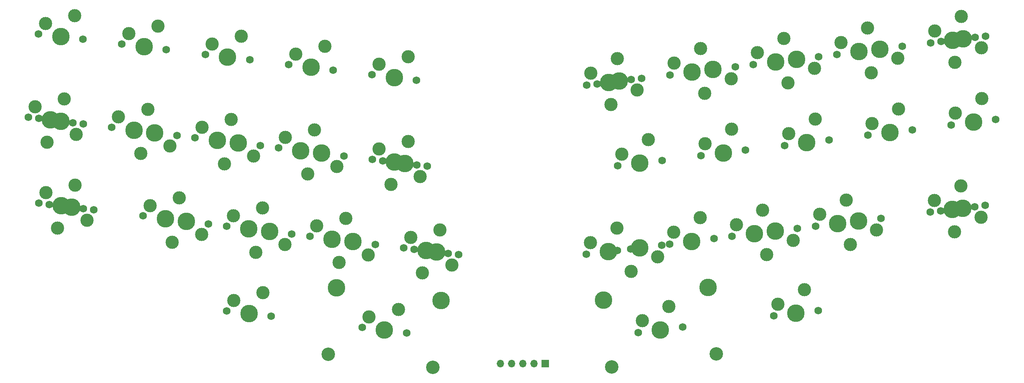
<source format=gts>
%TF.GenerationSoftware,KiCad,Pcbnew,7.0.6*%
%TF.CreationDate,2024-02-12T15:49:00-05:00*%
%TF.ProjectId,lalettre2040-tripple-stagger-hotswap-pcb,6c616c65-7474-4726-9532-3034302d7472,rev?*%
%TF.SameCoordinates,PX1ea85bbPY7e0978f*%
%TF.FileFunction,Soldermask,Top*%
%TF.FilePolarity,Negative*%
%FSLAX46Y46*%
G04 Gerber Fmt 4.6, Leading zero omitted, Abs format (unit mm)*
G04 Created by KiCad (PCBNEW 7.0.6) date 2024-02-12 15:49:00*
%MOMM*%
%LPD*%
G01*
G04 APERTURE LIST*
%ADD10C,1.750000*%
%ADD11C,3.000000*%
%ADD12C,3.987800*%
%ADD13O,1.700000X1.700000*%
%ADD14R,1.700000X1.700000*%
%ADD15C,3.048000*%
G04 APERTURE END LIST*
D10*
%TO.C,MX51*%
X177779305Y33293453D03*
D11*
X174639142Y38026040D03*
D12*
X172737171Y32674357D03*
D11*
X168646022Y34731102D03*
D10*
X167695037Y32055261D03*
%TD*%
%TO.C,MX27*%
X163598301Y31552246D03*
D11*
X160458138Y36284833D03*
D12*
X158556167Y30933150D03*
D11*
X154465018Y32989895D03*
D10*
X153514033Y30314054D03*
%TD*%
%TO.C,MX50*%
X141696462Y28863054D03*
D11*
X144836625Y24130467D03*
D12*
X146738596Y29482150D03*
D11*
X150829745Y27425405D03*
D10*
X151780730Y30101246D03*
%TD*%
D13*
%TO.C,J2*%
X115145950Y3212205D03*
X117685950Y3212205D03*
X120225950Y3212205D03*
X122765950Y3212205D03*
D14*
X125305950Y3212205D03*
%TD*%
D10*
%TO.C,MX44*%
X96194167Y48286879D03*
D11*
X94292196Y53638561D03*
D12*
X91152033Y48905975D03*
D11*
X87679980Y51891364D03*
D10*
X86109899Y49525071D03*
%TD*%
%TO.C,MX41*%
X31749387Y56199702D03*
D11*
X33651358Y50848020D03*
D12*
X36791521Y55580606D03*
D11*
X40263574Y52595217D03*
D10*
X41833655Y54961510D03*
%TD*%
%TO.C,MX14*%
X74922661Y50898691D03*
D11*
X73020690Y56250373D03*
D12*
X69880527Y51517787D03*
D11*
X66408474Y54503176D03*
D10*
X64838393Y52136883D03*
%TD*%
%TO.C,MX28*%
X172422038Y32635664D03*
D11*
X175562201Y27903077D03*
D12*
X177464172Y33254760D03*
D11*
X181555321Y31198015D03*
D10*
X182506306Y33873856D03*
%TD*%
%TO.C,MX17*%
X170730693Y51621055D03*
D11*
X167590530Y56353642D03*
D12*
X165688559Y51001959D03*
D11*
X161597410Y53058704D03*
D10*
X160646425Y50382863D03*
%TD*%
%TO.C,MX22*%
X44239046Y35473102D03*
D11*
X42337075Y40824784D03*
D12*
X39196912Y36092198D03*
D11*
X35724859Y39077587D03*
D10*
X34154778Y36711294D03*
%TD*%
%TO.C,MX9*%
X201498089Y74591879D03*
D11*
X198357926Y79324466D03*
D12*
X196455955Y73972783D03*
D11*
X192364806Y76029528D03*
D10*
X191413821Y73353687D03*
%TD*%
%TO.C,MX6*%
X144774009Y67627053D03*
D11*
X141633846Y72359640D03*
D12*
X139731875Y67007957D03*
D11*
X135640726Y69064702D03*
D10*
X134689741Y66388861D03*
%TD*%
%TO.C,MX47*%
X57789783Y33809282D03*
D11*
X59691754Y28457600D03*
D12*
X62831917Y33190186D03*
D11*
X66303970Y30204797D03*
D10*
X67874051Y32571090D03*
%TD*%
%TO.C,MX53*%
X214964980Y37859296D03*
D11*
X218105143Y33126709D03*
D12*
X220007114Y38478392D03*
D11*
X224098263Y36421647D03*
D10*
X225049248Y39097488D03*
%TD*%
%TO.C,MX8*%
X182590086Y72270267D03*
D11*
X179449923Y77002854D03*
D12*
X177547952Y71651171D03*
D11*
X173456803Y73707916D03*
D10*
X172505818Y71032075D03*
%TD*%
%TO.C,MX48*%
X76697785Y31487671D03*
D11*
X78599756Y26135989D03*
D12*
X81739919Y30868575D03*
D11*
X85211972Y27883186D03*
D10*
X86782053Y30249479D03*
%TD*%
%TO.C,MX38*%
X196140822Y73934089D03*
D11*
X199280985Y69201502D03*
D12*
X201182956Y74553185D03*
D11*
X205274105Y72496440D03*
D10*
X206225090Y75172281D03*
%TD*%
%TO.C,MX15*%
X88473400Y49234869D03*
D11*
X90375371Y43883187D03*
D12*
X93515534Y48615773D03*
D11*
X96987587Y45630384D03*
D10*
X98557668Y47996677D03*
%TD*%
%TO.C,MX25*%
X103326557Y28218069D03*
D11*
X101424586Y33569751D03*
D12*
X98284423Y28837165D03*
D11*
X94812370Y31822554D03*
D10*
X93242289Y29456261D03*
%TD*%
%TO.C,MX10*%
X222769525Y77203698D03*
D11*
X219629362Y81936285D03*
D12*
X217727391Y76584602D03*
D11*
X213636242Y78641347D03*
D10*
X212685257Y75965506D03*
%TD*%
%TO.C,MX42*%
X50657390Y53878092D03*
D11*
X52559361Y48526410D03*
D12*
X55699524Y53258996D03*
D11*
X59171577Y50273607D03*
D10*
X60741658Y52639900D03*
%TD*%
%TO.C,MX19*%
X208546702Y56264277D03*
D11*
X205406539Y60996864D03*
D12*
X203504568Y55645181D03*
D11*
X199413419Y57701926D03*
D10*
X198462434Y55026085D03*
%TD*%
%TO.C,MX40*%
X10477881Y58811514D03*
D11*
X12379852Y53459832D03*
D12*
X15520015Y58192418D03*
D11*
X18992068Y55207029D03*
D10*
X20562149Y57573322D03*
%TD*%
%TO.C,MX30*%
X222685746Y38807288D03*
D11*
X219545583Y43539875D03*
D12*
X217643612Y38188192D03*
D11*
X213552463Y40244937D03*
D10*
X212601478Y37569096D03*
%TD*%
D15*
%TO.C,MX33*%
X164123982Y5386289D03*
D12*
X162266694Y20512693D03*
D10*
X156465843Y11483444D03*
D11*
X153325680Y16216031D03*
D12*
X151423709Y10864348D03*
D11*
X147332560Y12921093D03*
D10*
X146381575Y10245252D03*
D15*
X140425950Y2476537D03*
D12*
X138568662Y17602940D03*
%TD*%
D10*
%TO.C,MX31*%
X63188938Y13953286D03*
D11*
X61286967Y19304968D03*
D12*
X58146804Y14572382D03*
D11*
X54674751Y17557771D03*
D10*
X53104670Y15191478D03*
%TD*%
%TO.C,MX45*%
X12883271Y39323107D03*
D11*
X14785242Y33971425D03*
D12*
X17925405Y38704011D03*
D11*
X21397458Y35718622D03*
D10*
X22967539Y38084915D03*
%TD*%
%TO.C,MX46*%
X38881777Y36130892D03*
D11*
X40783748Y30779210D03*
D12*
X43923911Y35511796D03*
D11*
X47395964Y32526407D03*
D10*
X48966045Y34892700D03*
%TD*%
%TO.C,MX23*%
X63147048Y33151491D03*
D11*
X61245077Y38503173D03*
D12*
X58104914Y33770587D03*
D11*
X54632861Y36755976D03*
D10*
X53062780Y34389683D03*
%TD*%
%TO.C,MX29*%
X191330043Y34957277D03*
D11*
X194470206Y30224690D03*
D12*
X196372177Y35576373D03*
D11*
X200463326Y33519628D03*
D10*
X201414311Y36195469D03*
%TD*%
D15*
%TO.C,MX32*%
X99870071Y2411954D03*
D12*
X101727359Y17538357D03*
D10*
X93914446Y10180669D03*
D11*
X92012475Y15532351D03*
D12*
X88872312Y10799765D03*
D11*
X85400259Y13785154D03*
D10*
X83830178Y11418861D03*
D15*
X76172039Y5321706D03*
D12*
X78029327Y20448110D03*
%TD*%
D10*
%TO.C,MX36*%
X158324812Y69290868D03*
D11*
X161464975Y64558281D03*
D12*
X163366946Y69909964D03*
D11*
X167458095Y67853219D03*
D10*
X168409080Y70529060D03*
%TD*%
%TO.C,MX2*%
X39428264Y74449917D03*
D11*
X37526293Y79801599D03*
D12*
X34386130Y75069013D03*
D11*
X30914077Y78054402D03*
D10*
X29343996Y75688109D03*
%TD*%
%TO.C,MX52*%
X196687310Y35615065D03*
D11*
X193547147Y40347652D03*
D12*
X191645176Y34995969D03*
D11*
X187554027Y37052714D03*
D10*
X186603042Y34376873D03*
%TD*%
%TO.C,MX39*%
X215048825Y76255700D03*
D11*
X218188988Y71523113D03*
D12*
X220090959Y76874796D03*
D11*
X224182108Y74818051D03*
D10*
X225133093Y77493892D03*
%TD*%
%TO.C,MX20*%
X227454704Y58585887D03*
D11*
X224314541Y63318474D03*
D12*
X222412570Y57966791D03*
D11*
X218321421Y60023536D03*
D10*
X217370436Y57347695D03*
%TD*%
%TO.C,MX43*%
X69565394Y51556481D03*
D11*
X71467365Y46204799D03*
D12*
X74607528Y50937385D03*
D11*
X78079581Y47951996D03*
D10*
X79649662Y50318289D03*
%TD*%
%TO.C,MX21*%
X20604039Y38375117D03*
D11*
X18702068Y43726799D03*
D12*
X15561905Y38994213D03*
D11*
X12089852Y41979602D03*
D10*
X10519771Y39613309D03*
%TD*%
%TO.C,MX34*%
X187191350Y15256062D03*
D11*
X184051187Y19988649D03*
D12*
X182149216Y14636966D03*
D11*
X178058067Y16693711D03*
D10*
X177107082Y14017870D03*
%TD*%
%TO.C,MX3*%
X58336270Y72128305D03*
D11*
X56434299Y77479987D03*
D12*
X53294136Y72747401D03*
D11*
X49822083Y75732790D03*
D10*
X48252002Y73366497D03*
%TD*%
%TO.C,MX18*%
X189638697Y53942666D03*
D11*
X186498534Y58675253D03*
D12*
X184596563Y53323570D03*
D11*
X180505414Y55380315D03*
D10*
X179554429Y52704474D03*
%TD*%
%TO.C,MX24*%
X82055054Y30829881D03*
D11*
X80153083Y36181563D03*
D12*
X77012920Y31448977D03*
D11*
X73540867Y34434366D03*
D10*
X71970786Y32068073D03*
%TD*%
%TO.C,MX11*%
X18198650Y57863523D03*
D11*
X16296679Y63215205D03*
D12*
X13156516Y58482619D03*
D11*
X9684463Y61468008D03*
D10*
X8114382Y59101715D03*
%TD*%
%TO.C,MX7*%
X163682080Y69948658D03*
D11*
X160541917Y74681245D03*
D12*
X158639946Y69329562D03*
D11*
X154548797Y71386307D03*
D10*
X153597812Y68710466D03*
%TD*%
%TO.C,MX12*%
X37106653Y55541912D03*
D11*
X35204682Y60893594D03*
D12*
X32064519Y56161008D03*
D11*
X28592466Y59146397D03*
D10*
X27022385Y56780104D03*
%TD*%
%TO.C,MX5*%
X96152278Y67485083D03*
D11*
X94250307Y72836765D03*
D12*
X91110144Y68104179D03*
D11*
X87638091Y71089568D03*
D10*
X86068010Y68723275D03*
%TD*%
%TO.C,MX13*%
X56014658Y53220302D03*
D11*
X54112687Y58571984D03*
D12*
X50972524Y53839398D03*
D11*
X47500471Y56824787D03*
D10*
X45930390Y54458494D03*
%TD*%
%TO.C,MX49*%
X95605790Y29166059D03*
D11*
X97507761Y23814377D03*
D12*
X100647924Y28546963D03*
D11*
X104119977Y25561574D03*
D10*
X105690058Y27927867D03*
%TD*%
%TO.C,MX35*%
X137053240Y66679062D03*
D11*
X140193403Y61946475D03*
D12*
X142095374Y67298158D03*
D11*
X146186523Y65241413D03*
D10*
X147137508Y67917254D03*
%TD*%
%TO.C,MX16*%
X151822688Y49299444D03*
D11*
X148682525Y54032031D03*
D12*
X146780554Y48680348D03*
D11*
X142689405Y50737093D03*
D10*
X141738420Y48061252D03*
%TD*%
%TO.C,MX4*%
X77244272Y69806694D03*
D11*
X75342301Y75158376D03*
D12*
X72202138Y70425790D03*
D11*
X68730085Y73411179D03*
D10*
X67160004Y71044886D03*
%TD*%
%TO.C,MX37*%
X177232819Y71612478D03*
D11*
X180372982Y66879891D03*
D12*
X182274953Y72231574D03*
D11*
X186366102Y70174829D03*
D10*
X187317087Y72850670D03*
%TD*%
%TO.C,MX26*%
X144690298Y29230634D03*
D11*
X141550135Y33963221D03*
D12*
X139648164Y28611538D03*
D11*
X135557015Y30668283D03*
D10*
X134606030Y27992442D03*
%TD*%
%TO.C,MX1*%
X20520259Y76771529D03*
D11*
X18618288Y82123211D03*
D12*
X15478125Y77390625D03*
D11*
X12006072Y80376014D03*
D10*
X10435991Y78009721D03*
%TD*%
M02*

</source>
